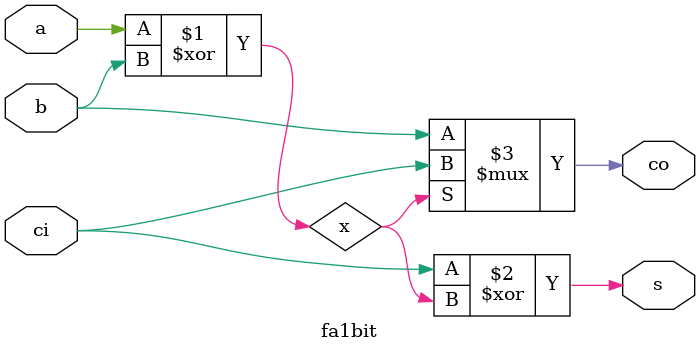
<source format=sv>
module fa1bit(input logic ci,a,b , output logic s,co);
	logic x;
	xor(x,a,b);
	
	xor(s,ci,x);
	
	assign co= x ? ci : b;
endmodule


</source>
